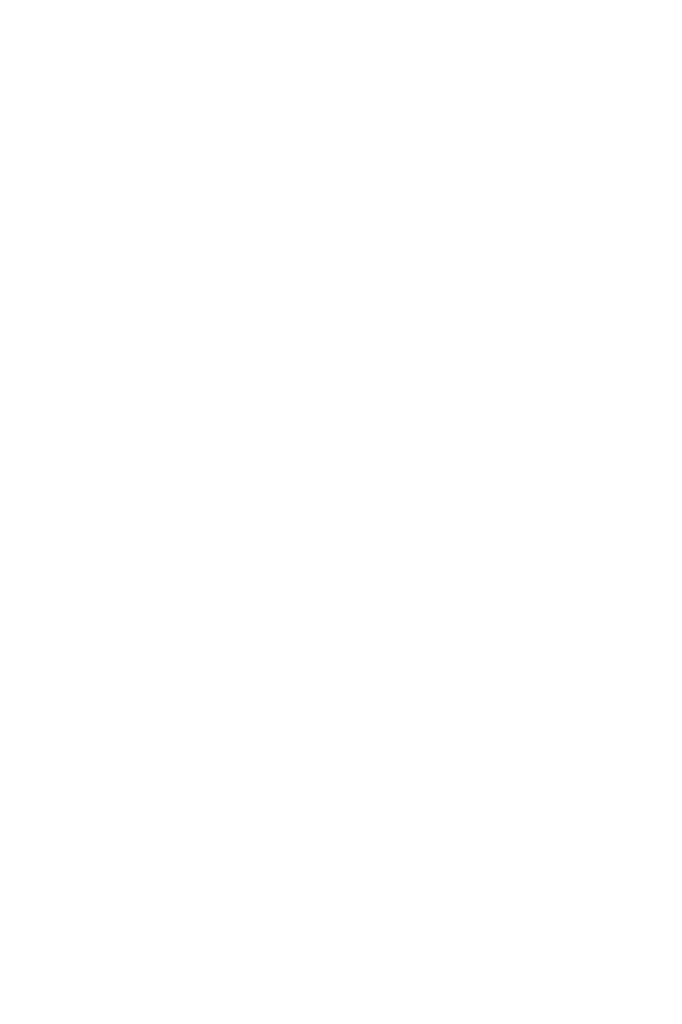
<source format=kicad_pcb>
(kicad_pcb (version 20171130) (host pcbnew "(5.0.1)-4")

  (general
    (thickness 1.6)
    (drawings 62)
    (tracks 0)
    (zones 0)
    (modules 0)
    (nets 1)
  )

  (page A4)
  (layers
    (0 F.Cu signal)
    (31 B.Cu signal)
    (32 B.Adhes user)
    (33 F.Adhes user)
    (34 B.Paste user)
    (35 F.Paste user)
    (36 B.SilkS user)
    (37 F.SilkS user)
    (38 B.Mask user)
    (39 F.Mask user)
    (40 Dwgs.User user)
    (41 Cmts.User user)
    (42 Eco1.User user)
    (43 Eco2.User user)
    (44 Edge.Cuts user)
    (45 Margin user)
    (46 B.CrtYd user)
    (47 F.CrtYd user)
    (48 B.Fab user)
    (49 F.Fab user)
  )

  (setup
    (last_trace_width 0.25)
    (trace_clearance 0.2)
    (zone_clearance 0.508)
    (zone_45_only no)
    (trace_min 0.2)
    (segment_width 0.3)
    (edge_width 0.2)
    (via_size 0.8)
    (via_drill 0.4)
    (via_min_size 0.4)
    (via_min_drill 0.3)
    (uvia_size 0.3)
    (uvia_drill 0.1)
    (uvias_allowed no)
    (uvia_min_size 0.2)
    (uvia_min_drill 0.1)
    (pcb_text_width 0.3)
    (pcb_text_size 1.5 1.5)
    (mod_edge_width 0.15)
    (mod_text_size 1 1)
    (mod_text_width 0.15)
    (pad_size 1.524 1.524)
    (pad_drill 0.762)
    (pad_to_mask_clearance 0.051)
    (solder_mask_min_width 0.25)
    (aux_axis_origin 0 0)
    (visible_elements 7FFFFFFF)
    (pcbplotparams
      (layerselection 0x010f0_ffffffff)
      (usegerberextensions false)
      (usegerberattributes false)
      (usegerberadvancedattributes false)
      (creategerberjobfile false)
      (excludeedgelayer true)
      (linewidth 0.100000)
      (plotframeref false)
      (viasonmask false)
      (mode 1)
      (useauxorigin false)
      (hpglpennumber 1)
      (hpglpenspeed 20)
      (hpglpendiameter 15.000000)
      (psnegative false)
      (psa4output false)
      (plotreference true)
      (plotvalue true)
      (plotinvisibletext false)
      (padsonsilk false)
      (subtractmaskfromsilk false)
      (outputformat 1)
      (mirror false)
      (drillshape 0)
      (scaleselection 1)
      (outputdirectory ""))
  )

  (net 0 "")

  (net_class Default "This is the default net class."
    (clearance 0.2)
    (trace_width 0.25)
    (via_dia 0.8)
    (via_drill 0.4)
    (uvia_dia 0.3)
    (uvia_drill 0.1)
  )

  (gr_line (start 39.1 100.45) (end 42.3 100.45) (layer Eco2.User) (width 0.2))
  (gr_line (start 39.1 115.45) (end 39.1 100.45) (layer Eco2.User) (width 0.2))
  (gr_line (start 42.3 115.45) (end 39.1 115.45) (layer Eco2.User) (width 0.2))
  (gr_line (start 42.3 100.45) (end 42.3 115.45) (layer Eco2.User) (width 0.2))
  (gr_circle (center 78.1 3) (end 79.7 3) (layer Eco2.User) (width 0.2) (tstamp 5DAFBAE9))
  (gr_circle (center 78.1 125.5) (end 79.7 125.5) (layer Eco2.User) (width 0.2) (tstamp 5DAFBAE2))
  (gr_circle (center 7.5 125.5) (end 9.1 125.5) (layer Eco2.User) (width 0.2) (tstamp 5DAFBADA))
  (gr_circle (center 7.45 3) (end 9.05 3) (layer Eco2.User) (width 0.2))
  (gr_circle (center 74.55 110.1) (end 77.9 110.1) (layer Eco2.User) (width 0.2) (tstamp 5DAFBAAE))
  (gr_circle (center 63.1 110.1) (end 66.45 110.1) (layer Eco2.User) (width 0.2) (tstamp 5DAFBA9D))
  (gr_circle (center 51.7 110.1) (end 55.05 110.1) (layer Eco2.User) (width 0.2) (tstamp 5DAFBA8C))
  (gr_circle (center 77.65 94.05) (end 81.4 94.05) (layer Eco2.User) (width 0.2) (tstamp 5DAFBA72))
  (gr_circle (center 63.15 94.05) (end 66.9 94.05) (layer Eco2.User) (width 0.2) (tstamp 5DAFBA61))
  (gr_circle (center 49.25 94.05) (end 53 94.05) (layer Eco2.User) (width 0.2) (tstamp 5DAFBA23))
  (gr_circle (center 28.4 110.1) (end 31.75 110.1) (layer Eco2.User) (width 0.1) (tstamp 5DAFBA0C))
  (gr_circle (center 17.7 110.1) (end 21.05 110.1) (layer Eco2.User) (width 0.2) (tstamp 5DAFB9FF))
  (gr_circle (center 6.8 110.05) (end 10.15 110.05) (layer Eco2.User) (width 0.2) (tstamp 5DAFB9BA))
  (gr_circle (center 28.6 95.95) (end 31.95 95.95) (layer Eco2.User) (width 0.2) (tstamp 5DAFB998))
  (gr_circle (center 17.85 95.95) (end 21.2 95.95) (layer Eco2.User) (width 0.2) (tstamp 5DAFB96B))
  (gr_circle (center 6.65 95.95) (end 10 95.95) (layer Eco2.User) (width 0.2) (tstamp 5DAFB92E))
  (gr_circle (center 5.85 85.05) (end 9.2 85.05) (layer Eco2.User) (width 0.2) (tstamp 5DAFB8F9))
  (gr_circle (center 51.8 34.35) (end 55.15 34.35) (layer Eco2.User) (width 0.2) (tstamp 5DAFB8DC))
  (gr_circle (center 28 47.55) (end 31.35 47.55) (layer Eco2.User) (width 0.2) (tstamp 5DAFB8CF))
  (gr_circle (center 17.05 47.55) (end 20.4 47.55) (layer Eco2.User) (width 0.2) (tstamp 5DAFB8C5))
  (gr_circle (center 6 47.55) (end 9.35 47.55) (layer Eco2.User) (width 0.2) (tstamp 5DAFB8B9))
  (gr_circle (center 6 36.95) (end 9.35 36.95) (layer Eco2.User) (width 0.2))
  (gr_circle (center 31.85 81.6) (end 35.6 81.6) (layer Eco2.User) (width 0.2) (tstamp 5DAFB85C))
  (gr_circle (center 19.25 81.6) (end 23 81.6) (layer Eco2.User) (width 0.2) (tstamp 5DAFB81C))
  (gr_circle (center 48.25 72) (end 51.5 72) (layer Eco2.User) (width 0.2) (tstamp 5DAFB67E))
  (gr_circle (center 40.35 72) (end 43.6 72) (layer Eco2.User) (width 0.2) (tstamp 5DAFB653))
  (gr_circle (center 44.25 64.45) (end 47.5 64.45) (layer Eco2.User) (width 0.2) (tstamp 5DAFB476))
  (gr_circle (center 29.05 66.55) (end 32.8 66.55) (layer Eco2.User) (width 0.2) (tstamp 5DAFB3F4))
  (gr_circle (center 10.05 66.25) (end 13.8 66.25) (layer Eco2.User) (width 0.2) (tstamp 5DAFAE72))
  (gr_line (start 76.35 47.1) (end 79.45 47.1) (layer Eco2.User) (width 0.2) (tstamp 5DAFAE51))
  (gr_line (start 79.45 84.1) (end 76.35 84.1) (layer Eco2.User) (width 0.2) (tstamp 5DAFAE50))
  (gr_line (start 79.45 47.1) (end 79.45 84.1) (layer Eco2.User) (width 0.2) (tstamp 5DAFAE4F))
  (gr_line (start 65.6 47.1) (end 68.7 47.1) (layer Eco2.User) (width 0.2) (tstamp 5DAFAE4B))
  (gr_line (start 68.7 84.1) (end 65.6 84.1) (layer Eco2.User) (width 0.2) (tstamp 5DAFAE4A))
  (gr_line (start 68.7 47.1) (end 68.7 84.1) (layer Eco2.User) (width 0.2) (tstamp 5DAFAE49))
  (gr_line (start 76.35 84.1) (end 76.35 47.1) (layer Eco2.User) (width 0.2) (tstamp 5DAFAE0E))
  (gr_line (start 65.6 84.1) (end 65.6 47.1) (layer Eco2.User) (width 0.2) (tstamp 5DAFADF7))
  (gr_line (start 55.05 47.1) (end 58.15 47.1) (layer Eco2.User) (width 0.2))
  (gr_line (start 55.05 84.1) (end 55.05 47.1) (layer Eco2.User) (width 0.2))
  (gr_line (start 58.15 84.1) (end 55.05 84.1) (layer Eco2.User) (width 0.2))
  (gr_line (start 58.15 47.1) (end 58.15 84.1) (layer Eco2.User) (width 0.2))
  (gr_circle (center 75.650263 35.55) (end 80.400263 35.5) (layer Eco2.User) (width 0.2))
  (gr_circle (center 62.45 35.5) (end 66.2 35.5) (layer Eco2.User) (width 0.2) (tstamp 5DAFA888))
  (gr_circle (center 43.1 35.8) (end 46.35 35.8) (layer Eco2.User) (width 0.2) (tstamp 5DAFA828))
  (gr_circle (center 39.8 47.85) (end 43.55 47.85) (layer Eco2.User) (width 0.2) (tstamp 5DAFA7FD))
  (gr_circle (center 20.6 35.25) (end 23.85 35.25) (layer Eco2.User) (width 0.2) (tstamp 5DAFA729))
  (gr_circle (center 46.75 20.6) (end 50 20.6) (layer Eco2.User) (width 0.2))
  (gr_line (start 51.5 15) (end 51.5 25.2) (layer Eco2.User) (width 0.2) (tstamp 5DAFA64A))
  (gr_line (start 78.75 25.2) (end 78.75 15) (layer Eco2.User) (width 0.2))
  (gr_line (start 51.5 25.2) (end 78.75 25.2) (layer Eco2.User) (width 0.2))
  (gr_line (start 78.75 15) (end 51.5 15) (layer Eco2.User) (width 0.2))
  (gr_circle (center 33.3 33.65) (end 37.05 33.65) (layer Eco2.User) (width 0.2) (tstamp 5DAFA586))
  (gr_circle (center 31 18.7) (end 34.75 18.7) (layer Eco2.User) (width 0.2) (tstamp 5DAFA515))
  (gr_circle (center 12.3 18.7) (end 16.05 18.7) (layer Eco2.User) (width 0.2))
  (gr_line (start 0 128.5) (end 0 0) (layer Eco2.User) (width 0.2))
  (gr_line (start 85.6 128.5) (end 0 128.5) (layer Eco2.User) (width 0.2))
  (gr_line (start 85.6 0) (end 85.6 128.5) (layer Eco2.User) (width 0.2))
  (gr_line (start 0 0) (end 85.6 0) (layer Eco2.User) (width 0.2))

)

</source>
